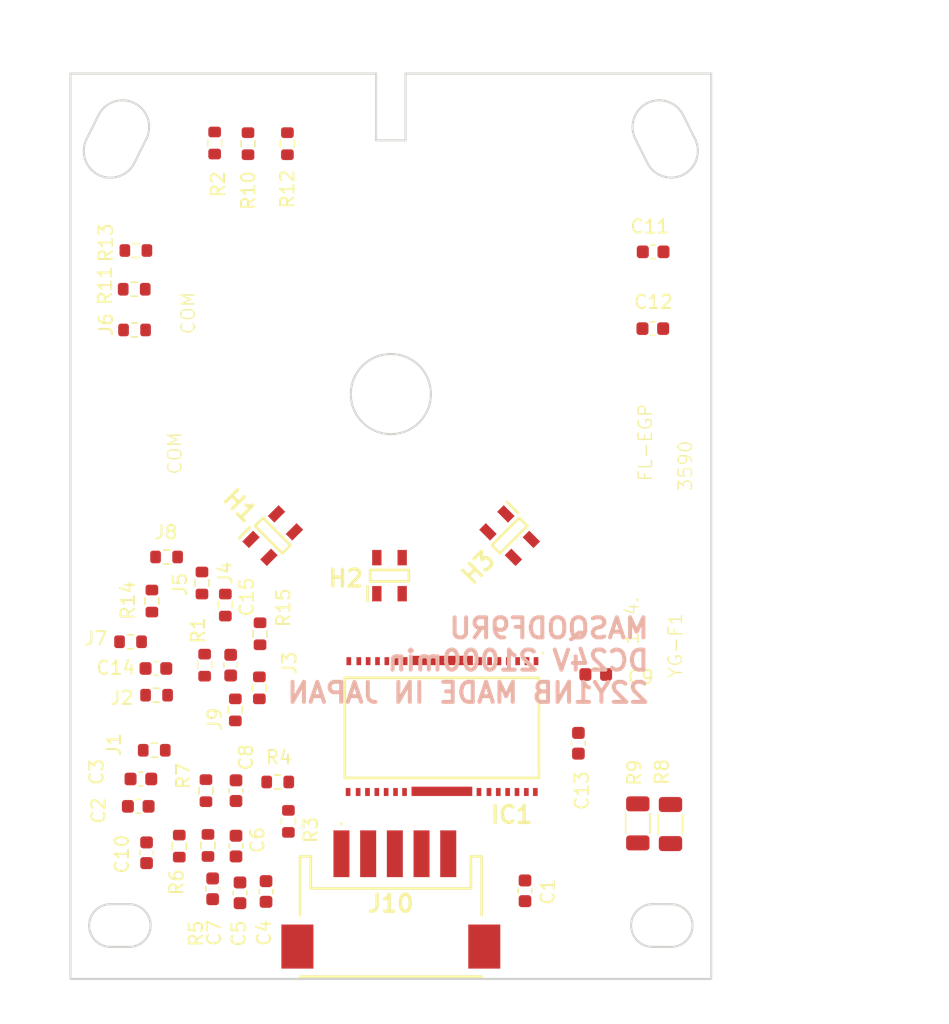
<source format=kicad_pcb>
(kicad_pcb (version 20240108) (generator "pcbnew") (generator_version "8.0")
  (layers (0 "F.Cu" signal) (31 "B.Cu" signal) (34 "B.Paste" user) (35 "F.Paste" user) (36 "B.SilkS" user "B.Silkscreen") (37 "F.SilkS" user "F.Silkscreen") (38 "B.Mask" user) (39 "F.Mask" user) (44 "Edge.Cuts" user))
  (net 0 "")
  (net 81 "PWM")
  (net 85 "+12V")
  (net 86 "GND")
  (footprint "Resistor_SMD:R_0603_1608Metric" (layer "F.Cu") (at 136.9 56.85 90)
    (property "Reference" "R2" (at -3.1 0.25 90) (layer "F.SilkS"))
    (property "Value" "R")
    (fp_line (start -0.237258 -0.5225) (end 0.237258 -0.5225) (stroke (width 0.12)) (layer "F.SilkS"))
    (fp_line (start -0.237258 0.5225) (end 0.237258 0.5225) (stroke (width 0.12)) (layer "F.SilkS"))
    (pad "1" smd roundrect (at -0.825 0 90) (size 0.8 0.95) (layers "F.Cu" "F.Paste" "F.Mask"))
    (pad "2" smd roundrect (at 0.825 0 90) (size 0.8 0.95) (layers "F.Cu" "F.Paste" "F.Mask"))
  )
  (footprint "Capacitor_SMD:C_0603_1608Metric" (layer "F.Cu") (at 138.5 109.5 90)
    (property "Reference" "C6" (at 0.45 1.6 90) (layer "F.SilkS"))
    (property "Value" "C")
    (fp_line (start -0.14058 -0.51) (end 0.14058 -0.51) (stroke (width 0.12)) (layer "F.SilkS"))
    (fp_line (start -0.14058 0.51) (end 0.14058 0.51) (stroke (width 0.12)) (layer "F.SilkS"))
    (pad "1" smd roundrect (at -0.775 0 90) (size 0.9 0.95) (layers "F.Cu" "F.Paste" "F.Mask"))
    (pad "2" smd roundrect (at 0.775 0 90) (size 0.9 0.95) (layers "F.Cu" "F.Paste" "F.Mask"))
  )
  (footprint "Capacitor_SMD:C_0603_1608Metric" (layer "F.Cu") (at 165.45 96.65)
    (property "Reference" "C9" (at 3.375 0.2 0) (layer "F.SilkS"))
    (property "Value" "C")
    (fp_line (start -0.14058 -0.51) (end 0.14058 -0.51) (stroke (width 0.12)) (layer "F.SilkS"))
    (fp_line (start -0.14058 0.51) (end 0.14058 0.51) (stroke (width 0.12)) (layer "F.SilkS"))
    (pad "1" smd roundrect (at -0.775 0) (size 0.9 0.95) (layers "F.Cu" "F.Paste" "F.Mask"))
    (pad "2" smd roundrect (at 0.775 0) (size 0.9 0.95) (layers "F.Cu" "F.Paste" "F.Mask"))
  )
  (footprint "mirrormotor:SOP190P290X130-4N" (layer "F.Cu") (at 150 89.25 90)
    (property "Reference" "H2" (at -0.2 -3.28 0) (layer "F.SilkS") (effects (font (size 1.27 1.27) (thickness 0.254))))
    (property "Value" "HW101A" (hide yes))
    (fp_line (start -1.925 -1.65) (end -0.775 -1.65) (stroke (width 0.2)) (layer "F.SilkS"))
    (fp_line (start 0.425 -1.45) (end 0.425 1.45) (stroke (width 0.2)) (layer "F.SilkS"))
    (fp_line (start -0.425 -1.45) (end 0.425 -1.45) (stroke (width 0.2)) (layer "F.SilkS"))
    (fp_line (start 0.425 1.45) (end -0.425 1.45) (stroke (width 0.2)) (layer "F.SilkS"))
    (fp_line (start -0.425 1.45) (end -0.425 -1.45) (stroke (width 0.2)) (layer "F.SilkS"))
    (pad "1" smd rect (at -1.35 -0.95 180) (size 0.7 1.15) (layers "F.Cu" "F.Paste" "F.Mask"))
    (pad "2" smd rect (at -1.35 0.95 180) (size 0.7 1.15) (layers "F.Cu" "F.Paste" "F.Mask"))
    (pad "3" smd rect (at 1.35 0.95 180) (size 0.7 1.15) (layers "F.Cu" "F.Paste" "F.Mask"))
    (pad "4" smd rect (at 1.35 -0.95 180) (size 0.7 1.15) (layers "F.Cu" "F.Paste" "F.Mask"))
  )
  (footprint "Capacitor_SMD:C_0603_1608Metric" (layer "F.Cu") (at 138.5 105.35 90)
    (property "Reference" "C8" (at 2.5 0.75 90) (layer "F.SilkS"))
    (property "Value" "C")
    (fp_line (start -0.14058 -0.51) (end 0.14058 -0.51) (stroke (width 0.12)) (layer "F.SilkS"))
    (fp_line (start -0.14058 0.51) (end 0.14058 0.51) (stroke (width 0.12)) (layer "F.SilkS"))
    (pad "1" smd roundrect (at -0.775 0 90) (size 0.9 0.95) (layers "F.Cu" "F.Paste" "F.Mask"))
    (pad "2" smd roundrect (at 0.775 0 90) (size 0.9 0.95) (layers "F.Cu" "F.Paste" "F.Mask"))
  )
  (footprint "Resistor_SMD:R_0603_1608Metric" (layer "F.Cu") (at 133.3 87.85)
    (property "Reference" "J8" (at -0.05 -1.85 0) (layer "F.SilkS"))
    (property "Value" "R")
    (fp_line (start -0.237258 -0.5225) (end 0.237258 -0.5225) (stroke (width 0.12)) (layer "F.SilkS"))
    (fp_line (start -0.237258 0.5225) (end 0.237258 0.5225) (stroke (width 0.12)) (layer "F.SilkS"))
    (pad "1" smd roundrect (at -0.825 0) (size 0.8 0.95) (layers "F.Cu" "F.Paste" "F.Mask"))
    (pad "2" smd roundrect (at 0.825 0) (size 0.8 0.95) (layers "F.Cu" "F.Paste" "F.Mask"))
  )
  (footprint "Capacitor_SMD:C_0603_1608Metric" (layer "F.Cu") (at 136.75 112.7 90)
    (property "Reference" "C7" (at -3.3 0.1 90) (layer "F.SilkS"))
    (property "Value" "C")
    (fp_line (start -0.14058 -0.51) (end 0.14058 -0.51) (stroke (width 0.12)) (layer "F.SilkS"))
    (fp_line (start -0.14058 0.51) (end 0.14058 0.51) (stroke (width 0.12)) (layer "F.SilkS"))
    (pad "1" smd roundrect (at -0.775 0 90) (size 0.9 0.95) (layers "F.Cu" "F.Paste" "F.Mask"))
    (pad "2" smd roundrect (at 0.775 0 90) (size 0.9 0.95) (layers "F.Cu" "F.Paste" "F.Mask"))
  )
  (footprint "Resistor_SMD:R_0603_1608Metric" (layer "F.Cu") (at 130.875 67.8)
    (property "Reference" "R11" (at -2.185 -0.28 90) (layer "F.SilkS"))
    (property "Value" "R")
    (fp_line (start -0.237258 -0.5225) (end 0.237258 -0.5225) (stroke (width 0.12)) (layer "F.SilkS"))
    (fp_line (start -0.237258 0.5225) (end 0.237258 0.5225) (stroke (width 0.12)) (layer "F.SilkS"))
    (pad "1" smd roundrect (at -0.825 0) (size 0.8 0.95) (layers "F.Cu" "F.Paste" "F.Mask"))
    (pad "2" smd roundrect (at 0.825 0) (size 0.8 0.95) (layers "F.Cu" "F.Paste" "F.Mask"))
  )
  (footprint "Resistor_SMD:R_0603_1608Metric" (layer "F.Cu") (at 130.9 70.85)
    (property "Reference" "J6" (at -2.15 -0.41 90) (layer "F.SilkS"))
    (property "Value" "R")
    (fp_line (start -0.237258 -0.5225) (end 0.237258 -0.5225) (stroke (width 0.12)) (layer "F.SilkS"))
    (fp_line (start -0.237258 0.5225) (end 0.237258 0.5225) (stroke (width 0.12)) (layer "F.SilkS"))
    (pad "1" smd roundrect (at -0.825 0) (size 0.8 0.95) (layers "F.Cu" "F.Paste" "F.Mask"))
    (pad "2" smd roundrect (at 0.825 0) (size 0.8 0.95) (layers "F.Cu" "F.Paste" "F.Mask"))
  )
  (footprint "Capacitor_SMD:C_0603_1608Metric" (layer "F.Cu") (at 160.15 112.85 90)
    (property "Reference" "C1" (at -0.075 1.7 90) (layer "F.SilkS"))
    (property "Value" "C")
    (fp_line (start -0.14058 -0.51) (end 0.14058 -0.51) (stroke (width 0.12)) (layer "F.SilkS"))
    (fp_line (start -0.14058 0.51) (end 0.14058 0.51) (stroke (width 0.12)) (layer "F.SilkS"))
    (pad "1" smd roundrect (at -0.775 0 90) (size 0.9 0.95) (layers "F.Cu" "F.Paste" "F.Mask"))
    (pad "2" smd roundrect (at 0.775 0 90) (size 0.9 0.95) (layers "F.Cu" "F.Paste" "F.Mask"))
  )
  (footprint "Resistor_SMD:R_0603_1608Metric" (layer "F.Cu") (at 134.25 109.5 90)
    (property "Reference" "R6" (at -2.7 -0.2 90) (layer "F.SilkS"))
    (property "Value" "R")
    (fp_line (start -0.237258 -0.5225) (end 0.237258 -0.5225) (stroke (width 0.12)) (layer "F.SilkS"))
    (fp_line (start -0.237258 0.5225) (end 0.237258 0.5225) (stroke (width 0.12)) (layer "F.SilkS"))
    (pad "1" smd roundrect (at -0.825 0 90) (size 0.8 0.95) (layers "F.Cu" "F.Paste" "F.Mask"))
    (pad "2" smd roundrect (at 0.825 0 90) (size 0.8 0.95) (layers "F.Cu" "F.Paste" "F.Mask"))
  )
  (footprint "Capacitor_SMD:C_0603_1608Metric" (layer "F.Cu") (at 131.375 104.475)
    (property "Reference" "C3" (at -3.325 -0.525 90) (layer "F.SilkS"))
    (property "Value" "C")
    (fp_line (start -0.14058 -0.51) (end 0.14058 -0.51) (stroke (width 0.12)) (layer "F.SilkS"))
    (fp_line (start -0.14058 0.51) (end 0.14058 0.51) (stroke (width 0.12)) (layer "F.SilkS"))
    (pad "1" smd roundrect (at -0.775 0) (size 0.9 0.95) (layers "F.Cu" "F.Paste" "F.Mask"))
    (pad "2" smd roundrect (at 0.775 0) (size 0.9 0.95) (layers "F.Cu" "F.Paste" "F.Mask"))
  )
  (footprint "Resistor_SMD:R_0603_1608Metric" (layer "F.Cu") (at 140.25 97.65 90)
    (property "Reference" "J3" (at 1.85 2.25 90) (layer "F.SilkS"))
    (property "Value" "R")
    (fp_line (start -0.237258 -0.5225) (end 0.237258 -0.5225) (stroke (width 0.12)) (layer "F.SilkS"))
    (fp_line (start -0.237258 0.5225) (end 0.237258 0.5225) (stroke (width 0.12)) (layer "F.SilkS"))
    (pad "1" smd roundrect (at -0.825 0 90) (size 0.8 0.95) (layers "F.Cu" "F.Paste" "F.Mask"))
    (pad "2" smd roundrect (at 0.825 0 90) (size 0.8 0.95) (layers "F.Cu" "F.Paste" "F.Mask"))
  )
  (footprint "Resistor_SMD:R_0603_1608Metric" (layer "F.Cu") (at 142.35 56.9 -90)
    (property "Reference" "R12" (at 3.4 0 90) (layer "F.SilkS"))
    (property "Value" "R")
    (fp_line (start -0.237258 0.5225) (end 0.237258 0.5225) (stroke (width 0.12)) (layer "F.SilkS"))
    (fp_line (start -0.237258 -0.5225) (end 0.237258 -0.5225) (stroke (width 0.12)) (layer "F.SilkS"))
    (pad "1" smd roundrect (at -0.825 0 270) (size 0.8 0.95) (layers "F.Cu" "F.Paste" "F.Mask"))
    (pad "2" smd roundrect (at 0.825 0 270) (size 0.8 0.95) (layers "F.Cu" "F.Paste" "F.Mask"))
  )
  (footprint "Capacitor_SMD:C_0603_1608Metric" (layer "F.Cu") (at 131.8 110 90)
    (property "Reference" "C10" (at -0.1 -1.85 90) (layer "F.SilkS"))
    (property "Value" "C")
    (fp_line (start -0.14058 -0.51) (end 0.14058 -0.51) (stroke (width 0.12)) (layer "F.SilkS"))
    (fp_line (start -0.14058 0.51) (end 0.14058 0.51) (stroke (width 0.12)) (layer "F.SilkS"))
    (pad "1" smd roundrect (at -0.775 0 90) (size 0.9 0.95) (layers "F.Cu" "F.Paste" "F.Mask"))
    (pad "2" smd roundrect (at 0.775 0 90) (size 0.9 0.95) (layers "F.Cu" "F.Paste" "F.Mask"))
  )
  (footprint "Resistor_SMD:R_0603_1608Metric" (layer "F.Cu") (at 136.15 95.95 90)
    (property "Reference" "R1" (at 2.6 -0.5 90) (layer "F.SilkS"))
    (property "Value" "R")
    (fp_line (start -0.237258 -0.5225) (end 0.237258 -0.5225) (stroke (width 0.12)) (layer "F.SilkS"))
    (fp_line (start -0.237258 0.5225) (end 0.237258 0.5225) (stroke (width 0.12)) (layer "F.SilkS"))
    (pad "1" smd roundrect (at -0.825 0 90) (size 0.8 0.95) (layers "F.Cu" "F.Paste" "F.Mask"))
    (pad "2" smd roundrect (at 0.825 0 90) (size 0.8 0.95) (layers "F.Cu" "F.Paste" "F.Mask"))
  )
  (footprint "mirrormotor:SOP190P290X130-4N" (layer "F.Cu") (at 159 86.25 -45)
    (property "Reference" "H3" (at 0.035355 3.358757 45) (layer "F.SilkS") (effects (font (size 1.27 1.27) (thickness 0.254))))
    (property "Value" "HW101A" (hide yes))
    (fp_line (start -0.425 1.45) (end -0.425 -1.45) (stroke (width 0.2)) (layer "F.SilkS"))
    (fp_line (start 0.425 1.45) (end -0.425 1.45) (stroke (width 0.2)) (layer "F.SilkS"))
    (fp_line (start -1.925 -1.65) (end -0.775 -1.65) (stroke (width 0.2)) (layer "F.SilkS"))
    (fp_line (start -0.425 -1.45) (end 0.425 -1.45) (stroke (width 0.2)) (layer "F.SilkS"))
    (fp_line (start 0.425 -1.45) (end 0.425 1.45) (stroke (width 0.2)) (layer "F.SilkS"))
    (pad "1" smd rect (at -1.35 -0.95 45) (size 0.7 1.15) (layers "F.Cu" "F.Paste" "F.Mask"))
    (pad "2" smd rect (at -1.35 0.95 45) (size 0.7 1.15) (layers "F.Cu" "F.Paste" "F.Mask"))
    (pad "3" smd rect (at 1.35 0.95 45) (size 0.7 1.15) (layers "F.Cu" "F.Paste" "F.Mask"))
    (pad "4" smd rect (at 1.35 -0.95 45) (size 0.7 1.15) (layers "F.Cu" "F.Paste" "F.Mask"))
  )
  (footprint "Resistor_SMD:R_0603_1608Metric" (layer "F.Cu") (at 141.625 104.7)
    (property "Reference" "R4" (at 0.075 -1.85 0) (layer "F.SilkS"))
    (property "Value" "R")
    (fp_line (start -0.237258 -0.5225) (end 0.237258 -0.5225) (stroke (width 0.12)) (layer "F.SilkS"))
    (fp_line (start -0.237258 0.5225) (end 0.237258 0.5225) (stroke (width 0.12)) (layer "F.SilkS"))
    (pad "1" smd roundrect (at -0.825 0) (size 0.8 0.95) (layers "F.Cu" "F.Paste" "F.Mask"))
    (pad "2" smd roundrect (at 0.825 0) (size 0.8 0.95) (layers "F.Cu" "F.Paste" "F.Mask"))
  )
  (footprint "Resistor_SMD:R_0603_1608Metric" (layer "F.Cu") (at 132.2 91.15 90)
    (property "Reference" "R14" (at 0.05 -1.8 90) (layer "F.SilkS"))
    (property "Value" "R")
    (fp_line (start -0.237258 -0.5225) (end 0.237258 -0.5225) (stroke (width 0.12)) (layer "F.SilkS"))
    (fp_line (start -0.237258 0.5225) (end 0.237258 0.5225) (stroke (width 0.12)) (layer "F.SilkS"))
    (pad "1" smd roundrect (at -0.825 0 90) (size 0.8 0.95) (layers "F.Cu" "F.Paste" "F.Mask"))
    (pad "2" smd roundrect (at 0.825 0 90) (size 0.8 0.95) (layers "F.Cu" "F.Paste" "F.Mask"))
  )
  (footprint "mirrormotor:2921735" (layer "F.Cu") (at 150.1 113.8 180)
    (property "Reference" "J10" (at 0 0 0) (layer "F.SilkS") (effects (font (size 1.27 1.27) (thickness 0.254))))
    (property "Value" "292173-5" (hide yes))
    (fp_line (start 6.8 3.525) (end 6.8 -0.875) (stroke (width 0.2)) (layer "F.SilkS"))
    (fp_line (start 6 3.525) (end 6.8 3.525) (stroke (width 0.2)) (layer "F.SilkS"))
    (fp_line (start 6 1.125) (end 6 3.525) (stroke (width 0.2)) (layer "F.SilkS"))
    (fp_line (start 3.7 6.025) (end 3.7 6.025) (stroke (width 0.1)) (layer "F.SilkS"))
    (fp_line (start 3.7 5.925) (end 3.7 5.925) (stroke (width 0.1)) (layer "F.SilkS"))
    (fp_line (start -6 3.525) (end -6 1.125) (stroke (width 0.2)) (layer "F.SilkS"))
    (fp_line (start -6 1.125) (end 6 1.125) (stroke (width 0.2)) (layer "F.SilkS"))
    (fp_line (start -6.8 3.525) (end -6 3.525) (stroke (width 0.2)) (layer "F.SilkS"))
    (fp_line (start -6.8 -0.875) (end -6.8 3.525) (stroke (width 0.2)) (layer "F.SilkS"))
    (fp_line (start -6.8 -5.475) (end 6.8 -5.475) (stroke (width 0.2)) (layer "F.SilkS"))
    (fp_arc (start 3.7 6.025) (mid 3.65 5.975) (end 3.7 5.925) (stroke (width 0.1)) (layer "F.SilkS"))
    (fp_arc (start 3.7 5.925) (mid 3.75 5.975) (end 3.7 6.025) (stroke (width 0.1)) (layer "F.SilkS"))
    (pad "" np_thru_hole circle (at -3.8 -3.225 180) (size 1.1 1.1) (drill 1.1) (layers "*.Cu" "*.Mask"))
    (pad "" np_thru_hole circle (at 3.8 -3.225 180) (size 1.1 1.1) (drill 1.1) (layers "*.Cu" "*.Mask"))
    (pad "1" smd rect (at 3.7 3.725 180) (size 1.2 3.5) (layers "F.Cu" "F.Paste" "F.Mask") (net 81 "PWM"))
    (pad "2" smd rect (at 1.7 3.725 180) (size 1.2 3.5) (layers "F.Cu" "F.Paste" "F.Mask"))
    (pad "3" smd rect (at -0.3 3.725 180) (size 1.2 3.5) (layers "F.Cu" "F.Paste" "F.Mask") (net 86 "GND"))
    (pad "4" smd rect (at -2.3 3.725 180) (size 1.2 3.5) (layers "F.Cu" "F.Paste" "F.Mask") (net 86 "GND"))
    (pad "5" smd rect (at -4.3 3.725 180) (size 1.2 3.5) (layers "F.Cu" "F.Paste" "F.Mask") (net 85 "+12V"))
    (pad "6" smd rect (at 7 -3.225 180) (size 2.4 3.3) (layers "F.Cu" "F.Paste" "F.Mask"))
    (pad "7" smd rect (at -7 -3.225 180) (size 2.4 3.3) (layers "F.Cu" "F.Paste" "F.Mask"))
  )
  (footprint "mirrormotor:TB67S149FGEL" (layer "F.Cu") (at 153.95 100.65 -90)
    (property "Reference" "IC1" (at 6.5 -5.2 0) (layer "F.SilkS") (effects (font (size 1.27 1.27) (thickness 0.254))))
    (property "Value" "NBC3111" (hide yes))
    (fp_line (start -3.75 7.3) (end -3.75 -7.25) (stroke (width 0.2)) (layer "F.SilkS"))
    (fp_line (start 3.75 7.3) (end -3.75 7.3) (stroke (width 0.2)) (layer "F.SilkS"))
    (fp_line (start -3.75 -7.25) (end 3.75 -7.25) (stroke (width 0.2)) (layer "F.SilkS"))
    (fp_line (start 3.75 -7.25) (end 3.75 7.3) (stroke (width 0.2)) (layer "F.SilkS"))
    (fp_line (start -5.65 -7.55) (end -5.65 -7.55) (stroke (width 0.1)) (layer "F.SilkS"))
    (fp_line (start -5.55 -7.55) (end -5.55 -7.55) (stroke (width 0.1)) (layer "F.SilkS"))
    (fp_arc (start -5.65 -7.55) (mid -5.6 -7.6) (end -5.55 -7.55) (stroke (width 0.1)) (layer "F.SilkS"))
    (fp_arc (start -5.55 -7.55) (mid -5.6 -7.5) (end -5.65 -7.55) (stroke (width 0.1)) (layer "F.SilkS"))
    (pad "1" smd rect (at -5 -7.025) (size 0.35 0.6) (layers "F.Cu" "F.Paste" "F.Mask"))
    (pad "1" smd rect (at -5 -6.35) (size 0.35 0.6) (layers "F.Cu" "F.Paste" "F.Mask"))
    (pad "1" smd rect (at -5 -5.65) (size 0.35 0.6) (layers "F.Cu" "F.Paste" "F.Mask"))
    (pad "1" smd rect (at -5 -4.95) (size 0.35 0.6) (layers "F.Cu" "F.Paste" "F.Mask"))
    (pad "1" smd rect (at -5 -4.25) (size 0.35 0.6) (layers "F.Cu" "F.Paste" "F.Mask"))
    (pad "1" smd rect (at -5 -3.55) (size 0.35 0.6) (layers "F.Cu" "F.Paste" "F.Mask"))
    (pad "1" smd rect (at -5 -2.8) (size 0.35 0.6) (layers "F.Cu" "F.Paste" "F.Mask"))
    (pad "1" smd rect (at -5 2.775) (size 0.35 0.6) (layers "F.Cu" "F.Paste" "F.Mask"))
    (pad "1" smd rect (at -5 3.45) (size 0.35 0.6) (layers "F.Cu" "F.Paste" "F.Mask"))
    (pad "1" smd rect (at -5 4.15) (size 0.35 0.6) (layers "F.Cu" "F.Paste" "F.Mask"))
    (pad "1" smd rect (at -5 4.85) (size 0.35 0.6) (layers "F.Cu" "F.Paste" "F.Mask"))
    (pad "1" smd rect (at -5 5.55) (size 0.35 0.6) (layers "F.Cu" "F.Paste" "F.Mask"))
    (pad "1" smd rect (at -5 6.25) (size 0.35 0.6) (layers "F.Cu" "F.Paste" "F.Mask"))
    (pad "1" smd rect (at -5 7) (size 0.35 0.6) (layers "F.Cu" "F.Paste" "F.Mask"))
    (pad "1" smd rect (at 4.8 -6.975) (size 0.35 0.6) (layers "F.Cu" "F.Paste" "F.Mask"))
    (pad "1" smd rect (at 4.8 -6.3) (size 0.35 0.6) (layers "F.Cu" "F.Paste" "F.Mask"))
    (pad "1" smd rect (at 4.8 -5.6) (size 0.35 0.6) (layers "F.Cu" "F.Paste" "F.Mask"))
    (pad "1" smd rect (at 4.8 -4.9) (size 0.35 0.6) (layers "F.Cu" "F.Paste" "F.Mask"))
    (pad "1" smd rect (at 4.8 -4.2) (size 0.35 0.6) (layers "F.Cu" "F.Paste" "F.Mask"))
    (pad "1" smd rect (at 4.8 -3.5) (size 0.35 0.6) (layers "F.Cu" "F.Paste" "F.Mask"))
    (pad "1" smd rect (at 4.8 -2.75) (size 0.35 0.6) (layers "F.Cu" "F.Paste" "F.Mask"))
    (pad "1" smd rect (at 4.8 2.825) (size 0.35 0.6) (layers "F.Cu" "F.Paste" "F.Mask"))
    (pad "1" smd rect (at 4.8 3.5) (size 0.35 0.6) (layers "F.Cu" "F.Paste" "F.Mask"))
    (pad "1" smd rect (at 4.8 4.2) (size 0.35 0.6) (layers "F.Cu" "F.Paste" "F.Mask"))
    (pad "1" smd rect (at 4.8 4.9) (size 0.35 0.6) (layers "F.Cu" "F.Paste" "F.Mask"))
    (pad "1" smd rect (at 4.8 5.6) (size 0.35 0.6) (layers "F.Cu" "F.Paste" "F.Mask"))
    (pad "1" smd rect (at 4.8 6.3) (size 0.35 0.6) (layers "F.Cu" "F.Paste" "F.Mask"))
    (pad "1" smd rect (at 4.8 7.05) (size 0.35 0.6) (layers "F.Cu" "F.Paste" "F.Mask"))
    (pad "FIN1" smd rect (at -5.05 -0.025 270) (size 0.7 4.55) (layers "F.Cu" "F.Paste" "F.Mask"))
    (pad "FIN1" smd rect (at 4.75 0.025 270) (size 0.7 4.55) (layers "F.Cu" "F.Paste" "F.Mask"))
  )
  (footprint "Capacitor_SMD:C_0603_1608Metric" (layer "F.Cu") (at 131.175 106.525)
    (property "Reference" "C2" (at -2.975 0.325 90) (layer "F.SilkS"))
    (property "Value" "C")
    (fp_line (start -0.14058 -0.51) (end 0.14058 -0.51) (stroke (width 0.12)) (layer "F.SilkS"))
    (fp_line (start -0.14058 0.51) (end 0.14058 0.51) (stroke (width 0.12)) (layer "F.SilkS"))
    (pad "1" smd roundrect (at -0.775 0) (size 0.9 0.95) (layers "F.Cu" "F.Paste" "F.Mask"))
    (pad "2" smd roundrect (at 0.775 0) (size 0.9 0.95) (layers "F.Cu" "F.Paste" "F.Mask"))
  )
  (footprint "Resistor_SMD:R_1206_3216Metric" (layer "F.Cu") (at 171.05 107.85 90)
    (property "Reference" "R8" (at 3.9 -0.65 90) (layer "F.SilkS"))
    (property "Value" "R")
    (fp_line (start -0.727064 -0.91) (end 0.727064 -0.91) (stroke (width 0.12)) (layer "F.SilkS"))
    (fp_line (start -0.727064 0.91) (end 0.727064 0.91) (stroke (width 0.12)) (layer "F.SilkS"))
    (pad "1" smd roundrect (at -1.4625 0 90) (size 1.125 1.75) (layers "F.Cu" "F.Paste" "F.Mask") (roundrect_rratio 0.222222))
    (pad "2" smd roundrect (at 1.4625 0 90) (size 1.125 1.75) (layers "F.Cu" "F.Paste" "F.Mask") (roundrect_rratio 0.222222))
  )
  (footprint "Resistor_SMD:R_0603_1608Metric" (layer "F.Cu") (at 130.6 94.2)
    (property "Reference" "J7" (at -2.6 -0.25 0) (layer "F.SilkS"))
    (property "Value" "R")
    (fp_line (start -0.237258 -0.5225) (end 0.237258 -0.5225) (stroke (width 0.12)) (layer "F.SilkS"))
    (fp_line (start -0.237258 0.5225) (end 0.237258 0.5225) (stroke (width 0.12)) (layer "F.SilkS"))
    (pad "1" smd roundrect (at -0.825 0) (size 0.8 0.95) (layers "F.Cu" "F.Paste" "F.Mask"))
    (pad "2" smd roundrect (at 0.825 0) (size 0.8 0.95) (layers "F.Cu" "F.Paste" "F.Mask"))
  )
  (footprint "Capacitor_SMD:C_0603_1608Metric" (layer "F.Cu") (at 169.725 70.75)
    (property "Reference" "C12" (at 0.05 -2 0) (layer "F.SilkS"))
    (property "Value" "C")
    (fp_line (start -0.14058 -0.51) (end 0.14058 -0.51) (stroke (width 0.12)) (layer "F.SilkS"))
    (fp_line (start -0.14058 0.51) (end 0.14058 0.51) (stroke (width 0.12)) (layer "F.SilkS"))
    (pad "1" smd roundrect (at -0.775 0) (size 0.9 0.95) (layers "F.Cu" "F.Paste" "F.Mask"))
    (pad "2" smd roundrect (at 0.775 0) (size 0.9 0.95) (layers "F.Cu" "F.Paste" "F.Mask"))
  )
  (footprint "Capacitor_SMD:C_0603_1608Metric" (layer "F.Cu") (at 132.5 96.2)
    (property "Reference" "C14" (at -3 -0.05 0) (layer "F.SilkS"))
    (property "Value" "C")
    (fp_line (start -0.14058 -0.51) (end 0.14058 -0.51) (stroke (width 0.12)) (layer "F.SilkS"))
    (fp_line (start -0.14058 0.51) (end 0.14058 0.51) (stroke (width 0.12)) (layer "F.SilkS"))
    (pad "1" smd roundrect (at -0.775 0) (size 0.9 0.95) (layers "F.Cu" "F.Paste" "F.Mask"))
    (pad "2" smd roundrect (at 0.775 0) (size 0.9 0.95) (layers "F.Cu" "F.Paste" "F.Mask"))
  )
  (footprint "Resistor_SMD:R_0603_1608Metric" (layer "F.Cu") (at 142.425 107.65 90)
    (property "Reference" "R3" (at -0.65 1.675 90) (layer "F.SilkS"))
    (property "Value" "R")
    (fp_line (start -0.237258 -0.5225) (end 0.237258 -0.5225) (stroke (width 0.12)) (layer "F.SilkS"))
    (fp_line (start -0.237258 0.5225) (end 0.237258 0.5225) (stroke (width 0.12)) (layer "F.SilkS"))
    (pad "1" smd roundrect (at -0.825 0 90) (size 0.8 0.95) (layers "F.Cu" "F.Paste" "F.Mask"))
    (pad "2" smd roundrect (at 0.825 0 90) (size 0.8 0.95) (layers "F.Cu" "F.Paste" "F.Mask"))
  )
  (footprint "Resistor_SMD:R_0603_1608Metric" (layer "F.Cu") (at 140.3 93.6 90)
    (property "Reference" "R15" (at 1.95 1.75 90) (layer "F.SilkS"))
    (property "Value" "R")
    (fp_line (start -0.237258 -0.5225) (end 0.237258 -0.5225) (stroke (width 0.12)) (layer "F.SilkS"))
    (fp_line (start -0.237258 0.5225) (end 0.237258 0.5225) (stroke (width 0.12)) (layer "F.SilkS"))
    (pad "1" smd roundrect (at -0.825 0 90) (size 0.8 0.95) (layers "F.Cu" "F.Paste" "F.Mask"))
    (pad "2" smd roundrect (at 0.825 0 90) (size 0.8 0.95) (layers "F.Cu" "F.Paste" "F.Mask"))
  )
  (footprint "Resistor_SMD:R_0603_1608Metric" (layer "F.Cu") (at 131 64.9)
    (property "Reference" "R13" (at -2.26 -0.58 90) (layer "F.SilkS"))
    (property "Value" "R")
    (fp_line (start -0.237258 -0.5225) (end 0.237258 -0.5225) (stroke (width 0.12)) (layer "F.SilkS"))
    (fp_line (start -0.237258 0.5225) (end 0.237258 0.5225) (stroke (width 0.12)) (layer "F.SilkS"))
    (pad "1" smd roundrect (at -0.825 0) (size 0.8 0.95) (layers "F.Cu" "F.Paste" "F.Mask"))
    (pad "2" smd roundrect (at 0.825 0) (size 0.8 0.95) (layers "F.Cu" "F.Paste" "F.Mask"))
  )
  (footprint "Capacitor_SMD:C_0603_1608Metric" (layer "F.Cu") (at 138.8 113 90)
    (property "Reference" "C5" (at -3.05 -0.1 90) (layer "F.SilkS"))
    (property "Value" "C")
    (fp_line (start -0.14058 -0.51) (end 0.14058 -0.51) (stroke (width 0.12)) (layer "F.SilkS"))
    (fp_line (start -0.14058 0.51) (end 0.14058 0.51) (stroke (width 0.12)) (layer "F.SilkS"))
    (pad "1" smd roundrect (at -0.775 0 90) (size 0.9 0.95) (layers "F.Cu" "F.Paste" "F.Mask"))
    (pad "2" smd roundrect (at 0.775 0 90) (size 0.9 0.95) (layers "F.Cu" "F.Paste" "F.Mask"))
  )
  (footprint "Resistor_SMD:R_0603_1608Metric" (layer "F.Cu") (at 132.55 98.2)
    (property "Reference" "J2" (at -2.6 0.2 0) (layer "F.SilkS"))
    (property "Value" "R")
    (fp_line (start -0.237258 -0.5225) (end 0.237258 -0.5225) (stroke (width 0.12)) (layer "F.SilkS"))
    (fp_line (start -0.237258 0.5225) (end 0.237258 0.5225) (stroke (width 0.12)) (layer "F.SilkS"))
    (pad "1" smd roundrect (at -0.825 0) (size 0.8 0.95) (layers "F.Cu" "F.Paste" "F.Mask"))
    (pad "2" smd roundrect (at 0.825 0) (size 0.8 0.95) (layers "F.Cu" "F.Paste" "F.Mask"))
  )
  (footprint "Capacitor_SMD:C_0603_1608Metric" (layer "F.Cu") (at 138.1 95.95 90)
    (property "Reference" "C15" (at 5.1 1.2 90) (layer "F.SilkS"))
    (property "Value" "C")
    (fp_line (start -0.14058 -0.51) (end 0.14058 -0.51) (stroke (width 0.12)) (layer "F.SilkS"))
    (fp_line (start -0.14058 0.51) (end 0.14058 0.51) (stroke (width 0.12)) (layer "F.SilkS"))
    (pad "1" smd roundrect (at -0.775 0 90) (size 0.9 0.95) (layers "F.Cu" "F.Paste" "F.Mask"))
    (pad "2" smd roundrect (at 0.775 0 90) (size 0.9 0.95) (layers "F.Cu" "F.Paste" "F.Mask"))
  )
  (footprint "mirrormotor:SOP190P290X130-4N" (layer "F.Cu") (at 141.25 86.25 45)
    (property "Reference" "H1" (at -0.141421 -3.323402 135) (layer "F.SilkS") (effects (font (size 1.27 1.27) (thickness 0.254))))
    (property "Value" "HW101A" (hide yes))
    (fp_line (start -1.925 -1.65) (end -0.775 -1.65) (stroke (width 0.2)) (layer "F.SilkS"))
    (fp_line (start -0.425 -1.45) (end 0.425 -1.45) (stroke (width 0.2)) (layer "F.SilkS"))
    (fp_line (start 0.425 -1.45) (end 0.425 1.45) (stroke (width 0.2)) (layer "F.SilkS"))
    (fp_line (start -0.425 1.45) (end -0.425 -1.45) (stroke (width 0.2)) (layer "F.SilkS"))
    (fp_line (start 0.425 1.45) (end -0.425 1.45) (stroke (width 0.2)) (layer "F.SilkS"))
    (pad "1" smd rect (at -1.35 -0.95 135) (size 0.7 1.15) (layers "F.Cu" "F.Paste" "F.Mask"))
    (pad "2" smd rect (at -1.35 0.95 135) (size 0.7 1.15) (layers "F.Cu" "F.Paste" "F.Mask"))
    (pad "3" smd rect (at 1.35 0.95 135) (size 0.7 1.15) (layers "F.Cu" "F.Paste" "F.Mask"))
    (pad "4" smd rect (at 1.35 -0.95 135) (size 0.7 1.15) (layers "F.Cu" "F.Paste" "F.Mask"))
  )
  (footprint "Resistor_SMD:R_0603_1608Metric" (layer "F.Cu") (at 138.45 99.3 90)
    (property "Reference" "J9" (at -0.7 -1.55 90) (layer "F.SilkS"))
    (property "Value" "R")
    (fp_line (start -0.237258 -0.5225) (end 0.237258 -0.5225) (stroke (width 0.12)) (layer "F.SilkS"))
    (fp_line (start -0.237258 0.5225) (end 0.237258 0.5225) (stroke (width 0.12)) (layer "F.SilkS"))
    (pad "1" smd roundrect (at -0.825 0 90) (size 0.8 0.95) (layers "F.Cu" "F.Paste" "F.Mask"))
    (pad "2" smd roundrect (at 0.825 0 90) (size 0.8 0.95) (layers "F.Cu" "F.Paste" "F.Mask"))
  )
  (footprint "Resistor_SMD:R_0603_1608Metric" (layer "F.Cu") (at 137.7 91.45 90)
    (property "Reference" "J4" (at 2.4 0 90) (layer "F.SilkS"))
    (property "Value" "R")
    (fp_line (start -0.237258 -0.5225) (end 0.237258 -0.5225) (stroke (width 0.12)) (layer "F.SilkS"))
    (fp_line (start -0.237258 0.5225) (end 0.237258 0.5225) (stroke (width 0.12)) (layer "F.SilkS"))
    (pad "1" smd roundrect (at -0.825 0 90) (size 0.8 0.95) (layers "F.Cu" "F.Paste" "F.Mask"))
    (pad "2" smd roundrect (at 0.825 0 90) (size 0.8 0.95) (layers "F.Cu" "F.Paste" "F.Mask"))
  )
  (footprint "Capacitor_SMD:C_0603_1608Metric" (layer "F.Cu") (at 164.15 101.8 90)
    (property "Reference" "C13" (at -3.55 0.25 90) (layer "F.SilkS"))
    (property "Value" "C")
    (fp_line (start -0.14058 -0.51) (end 0.14058 -0.51) (stroke (width 0.12)) (layer "F.SilkS"))
    (fp_line (start -0.14058 0.51) (end 0.14058 0.51) (stroke (width 0.12)) (layer "F.SilkS"))
    (pad "1" smd roundrect (at -0.775 0 90) (size 0.9 0.95) (layers "F.Cu" "F.Paste" "F.Mask"))
    (pad "2" smd roundrect (at 0.775 0 90) (size 0.9 0.95) (layers "F.Cu" "F.Paste" "F.Mask"))
  )
  (footprint "Resistor_SMD:R_0603_1608Metric" (layer "F.Cu") (at 135.95 89.8 90)
    (property "Reference" "J5" (at -0.1 -1.65 90) (layer "F.SilkS"))
    (property "Value" "R")
    (fp_line (start -0.237258 -0.5225) (end 0.237258 -0.5225) (stroke (width 0.12)) (layer "F.SilkS"))
    (fp_line (start -0.237258 0.5225) (end 0.237258 0.5225) (stroke (width 0.12)) (layer "F.SilkS"))
    (pad "1" smd roundrect (at -0.825 0 90) (size 0.8 0.95) (layers "F.Cu" "F.Paste" "F.Mask"))
    (pad "2" smd roundrect (at 0.825 0 90) (size 0.8 0.95) (layers "F.Cu" "F.Paste" "F.Mask"))
  )
  (footprint "Resistor_SMD:R_0603_1608Metric" (layer "F.Cu") (at 136.4 109.45 90)
    (property "Reference" "R5" (at -6.6 -0.9 90) (layer "F.SilkS"))
    (property "Value" "R")
    (fp_line (start -0.237258 -0.5225) (end 0.237258 -0.5225) (stroke (width 0.12)) (layer "F.SilkS"))
    (fp_line (start -0.237258 0.5225) (end 0.237258 0.5225) (stroke (width 0.12)) (layer "F.SilkS"))
    (pad "1" smd roundrect (at -0.825 0 90) (size 0.8 0.95) (layers "F.Cu" "F.Paste" "F.Mask"))
    (pad "2" smd roundrect (at 0.825 0 90) (size 0.8 0.95) (layers "F.Cu" "F.Paste" "F.Mask"))
  )
  (footprint "Resistor_SMD:R_1206_3216Metric" (layer "F.Cu") (at 168.6 107.8 90)
    (property "Reference" "R9" (at 3.8 -0.25 90) (layer "F.SilkS"))
    (property "Value" "R")
    (fp_line (start -0.727064 -0.91) (end 0.727064 -0.91) (stroke (width 0.12)) (layer "F.SilkS"))
    (fp_line (start -0.727064 0.91) (end 0.727064 0.91) (stroke (width 0.12)) (layer "F.SilkS"))
    (pad "1" smd roundrect (at -1.4625 0 90) (size 1.125 1.75) (layers "F.Cu" "F.Paste" "F.Mask") (roundrect_rratio 0.222222))
    (pad "2" smd roundrect (at 1.4625 0 90) (size 1.125 1.75) (layers "F.Cu" "F.Paste" "F.Mask") (roundrect_rratio 0.222222))
  )
  (footprint "Resistor_SMD:R_0603_1608Metric" (layer "F.Cu") (at 136.25 105.35 90)
    (property "Reference" "R7" (at 1.1 -1.7 90) (layer "F.SilkS"))
    (property "Value" "R")
    (fp_line (start -0.237258 -0.5225) (end 0.237258 -0.5225) (stroke (width 0.12)) (layer "F.SilkS"))
    (fp_line (start -0.237258 0.5225) (end 0.237258 0.5225) (stroke (width 0.12)) (layer "F.SilkS"))
    (pad "1" smd roundrect (at -0.825 0 90) (size 0.8 0.95) (layers "F.Cu" "F.Paste" "F.Mask"))
    (pad "2" smd roundrect (at 0.825 0 90) (size 0.8 0.95) (layers "F.Cu" "F.Paste" "F.Mask"))
  )
  (footprint "Capacitor_SMD:C_0603_1608Metric" (layer "F.Cu") (at 140.75 112.9 90)
    (property "Reference" "C4" (at -3.1 -0.15 90) (layer "F.SilkS"))
    (property "Value" "C")
    (fp_line (start -0.14058 -0.51) (end 0.14058 -0.51) (stroke (width 0.12)) (layer "F.SilkS"))
    (fp_line (start -0.14058 0.51) (end 0.14058 0.51) (stroke (width 0.12)) (layer "F.SilkS"))
    (pad "1" smd roundrect (at -0.775 0 90) (size 0.9 0.95) (layers "F.Cu" "F.Paste" "F.Mask"))
    (pad "2" smd roundrect (at 0.775 0 90) (size 0.9 0.95) (layers "F.Cu" "F.Paste" "F.Mask"))
  )
  (footprint "Resistor_SMD:R_0603_1608Metric" (layer "F.Cu") (at 139.4 56.9 90)
    (property "Reference" "R10" (at -3.5 0.025 90) (layer "F.SilkS"))
    (property "Value" "R")
    (fp_line (start -0.237258 -0.5225) (end 0.237258 -0.5225) (stroke (width 0.12)) (layer "F.SilkS"))
    (fp_line (start -0.237258 0.5225) (end 0.237258 0.5225) (stroke (width 0.12)) (layer "F.SilkS"))
    (pad "1" smd roundrect (at -0.825 0 90) (size 0.8 0.95) (layers "F.Cu" "F.Paste" "F.Mask"))
    (pad "2" smd roundrect (at 0.825 0 90) (size 0.8 0.95) (layers "F.Cu" "F.Paste" "F.Mask"))
  )
  (footprint "Capacitor_SMD:C_0603_1608Metric" (layer "F.Cu") (at 169.75 65)
    (property "Reference" "C11" (at -0.25 -1.9 0) (layer "F.SilkS"))
    (property "Value" "C")
    (fp_line (start -0.14058 -0.51) (end 0.14058 -0.51) (stroke (width 0.12)) (layer "F.SilkS"))
    (fp_line (start -0.14058 0.51) (end 0.14058 0.51) (stroke (width 0.12)) (layer "F.SilkS"))
    (pad "1" smd roundrect (at -0.775 0) (size 0.9 0.95) (layers "F.Cu" "F.Paste" "F.Mask"))
    (pad "2" smd roundrect (at 0.775 0) (size 0.9 0.95) (layers "F.Cu" "F.Paste" "F.Mask"))
  )
  (footprint "Resistor_SMD:R_0603_1608Metric" (layer "F.Cu") (at 132.375 102.325)
    (property "Reference" "J1" (at -3.025 -0.425 90) (layer "F.SilkS"))
    (property "Value" "R")
    (fp_line (start -0.237258 -0.5225) (end 0.237258 -0.5225) (stroke (width 0.12)) (layer "F.SilkS"))
    (fp_line (start -0.237258 0.5225) (end 0.237258 0.5225) (stroke (width 0.12)) (layer "F.SilkS"))
    (pad "1" smd roundrect (at -0.825 0) (size 0.8 0.95) (layers "F.Cu" "F.Paste" "F.Mask"))
    (pad "2" smd roundrect (at 0.825 0) (size 0.8 0.95) (layers "F.Cu" "F.Paste" "F.Mask"))
  )
  (gr_line (start 128.202527 54.757604) (end 127.310131 56.547473) (stroke (width 0.16)) (layer "Edge.Cuts"))
  (gr_line (start 149 56.65) (end 149 51.65) (stroke (width 0.16)) (layer "Edge.Cuts"))
  (gr_arc (start 172.889869 56.547473) (mid 171.992402 59.229782) (end 169.310131 58.332264) (stroke (width 0.16)) (layer "Edge.Cuts"))
  (gr_arc (start 130.5 113.85) (mid 132.1 115.45) (end 130.5 117.05) (stroke (width 0.16)) (layer "Edge.Cuts"))
  (gr_line (start 151.2 56.65) (end 149 56.65) (stroke (width 0.16)) (layer "Edge.Cuts"))
  (gr_line (start 149 51.65) (end 126.1 51.65) (stroke (width 0.16)) (layer "Edge.Cuts"))
  (gr_arc (start 169.7 117.05) (mid 168.1 115.45) (end 169.7 113.85) (stroke (width 0.16)) (layer "Edge.Cuts"))
  (gr_circle (center 150.1 75.65) (end 153.1 75.65) (stroke (width 0.16)) (fill none) (layer "Edge.Cuts"))
  (gr_line (start 126.1 119.45) (end 126.1 51.65) (stroke (width 0.16)) (layer "Edge.Cuts"))
  (gr_line (start 131.782264 56.542396) (end 130.889869 58.332264) (stroke (width 0.16)) (layer "Edge.Cuts"))
  (gr_line (start 130.5 117.05) (end 129.1 117.05) (stroke (width 0.16)) (layer "Edge.Cuts"))
  (gr_arc (start 129.1 117.05) (mid 127.5 115.45) (end 129.1 113.85) (stroke (width 0.16)) (layer "Edge.Cuts"))
  (gr_line (start 174.1 51.65) (end 151.2 51.65) (stroke (width 0.16)) (layer "Edge.Cuts"))
  (gr_line (start 169.310131 58.332264) (end 168.417736 56.542396) (stroke (width 0.16)) (layer "Edge.Cuts"))
  (gr_line (start 172.889869 56.547473) (end 171.997473 54.757604) (stroke (width 0.16)) (layer "Edge.Cuts"))
  (gr_line (start 174.1 119.45) (end 126.1 119.45) (stroke (width 0.16)) (layer "Edge.Cuts"))
  (gr_line (start 151.2 51.65) (end 151.2 56.65) (stroke (width 0.16)) (layer "Edge.Cuts"))
  (gr_line (start 130.5 113.85) (end 129.1 113.85) (stroke (width 0.16)) (layer "Edge.Cuts"))
  (gr_arc (start 168.417736 56.542396) (mid 169.315206 53.860135) (end 171.997473 54.757604) (stroke (width 0.16)) (layer "Edge.Cuts"))
  (gr_line (start 171.1 113.85) (end 169.7 113.85) (stroke (width 0.16)) (layer "Edge.Cuts"))
  (gr_line (start 171.1 117.05) (end 169.7 117.05) (stroke (width 0.16)) (layer "Edge.Cuts"))
  (gr_arc (start 130.889869 58.332264) (mid 128.207611 59.229756) (end 127.310131 56.547473) (stroke (width 0.16)) (layer "Edge.Cuts"))
  (gr_line (start 174.1 51.65) (end 174.1 119.45) (stroke (width 0.16)) (layer "Edge.Cuts"))
  (gr_arc (start 128.202527 54.757604) (mid 130.884798 53.860128) (end 131.782264 56.542396) (stroke (width 0.16)) (layer "Edge.Cuts"))
  (gr_arc (start 171.1 113.85) (mid 172.7 115.45) (end 171.1 117.05) (stroke (width 0.16)) (layer "Edge.Cuts"))
  (gr_text "MASQODF9RU\nDC24V 21000min\n22Y1NB MADE IN JAPAN" (at 169.575 98.9 0) (layer "B.SilkS") (effects (font (size 1.5 1.5) (thickness 0.3) (bold yes)) (justify left bottom mirror)))
  (gr_text "COM" (at 135.5 71.25 90) (layer "F.SilkS") (effects (font (size 1 1) (thickness 0.1)) (justify left bottom)))
  (gr_text "1-4." (at 168.75 94.5 90) (layer "F.SilkS") (effects (font (size 1 1) (thickness 0.1)) (justify left bottom)))
  (gr_text "3590" (at 172.75 83 90) (layer "F.SilkS") (effects (font (size 1 1) (thickness 0.1)) (justify left bottom)))
  (gr_text "FL-EGP" (at 169.75 82.25 90) (layer "F.SilkS") (effects (font (size 1 1) (thickness 0.1)) (justify left bottom)))
  (gr_text "COM" (at 134.5 81.75 90) (layer "F.SilkS") (effects (font (size 1 1) (thickness 0.1)) (justify left bottom)))
  (gr_text "YG-F1" (at 172 97 90) (layer "F.SilkS") (effects (font (size 1 1) (thickness 0.1)) (justify left bottom)))
)
</source>
